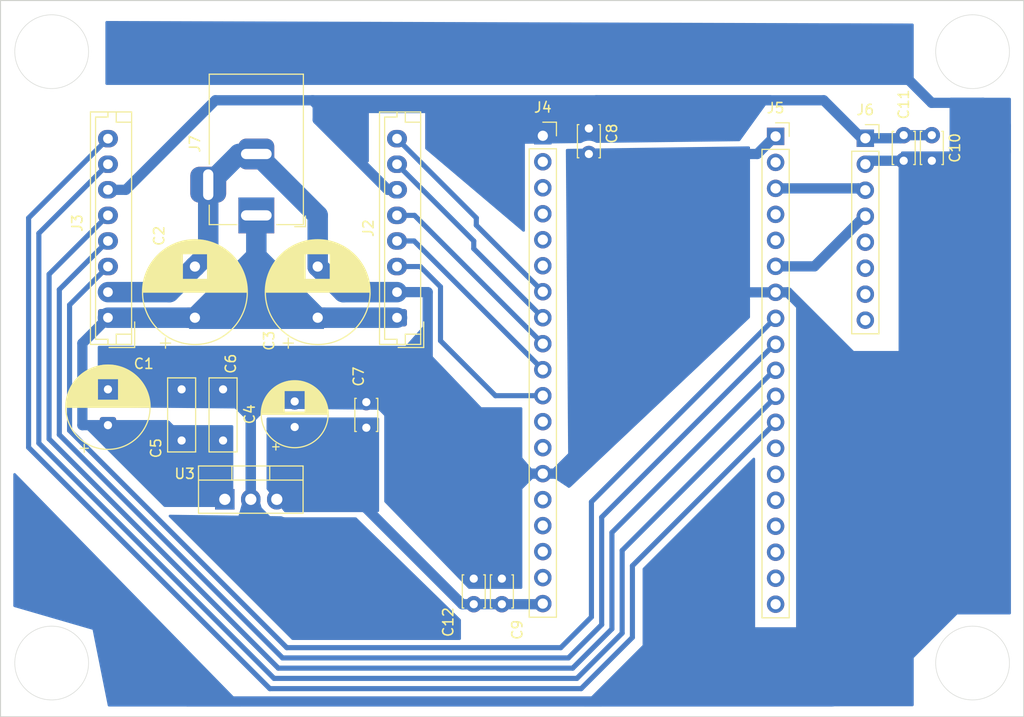
<source format=kicad_pcb>
(kicad_pcb (version 20241229) (generator "pcbnew") (generator_version "9.0")
  (layers (0 "F.Cu" signal) (2 "B.Cu" signal) (13 "F.Paste" user) (15 "B.Paste" user) (5 "F.SilkS" user "F.Silkscreen") (7 "B.SilkS" user "B.Silkscreen") (1 "F.Mask" user) (3 "B.Mask" user) (25 "Edge.Cuts" user))
  (net 0 "")
  (net 1 "GND")
  (net 2 "+12V")
  (net 3 "+5V")
  (net 4 "/M0_PWM")
  (net 5 "/M0_ENC_B")
  (net 6 "/M0_ENC_A")
  (net 7 "/M0_DIR")
  (net 8 "/M0_BRK")
  (net 9 "/gpio36")
  (net 10 "/gpio13")
  (net 11 "/gpio34")
  (net 12 "/gpio12")
  (net 13 "/gpio10")
  (net 14 "/gpio9")
  (net 15 "/gpio11")
  (net 16 "/gpio39")
  (net 17 "/en")
  (net 18 "/gpio14")
  (net 19 "/gpio15")
  (net 20 "/gpio23")
  (net 21 "/SCL_0")
  (net 22 "/gpio8")
  (net 23 "/gpio7")
  (net 24 "/gpio1")
  (net 25 "/gpio2")
  (net 26 "/gpio3")
  (net 27 "/SDA_0")
  (net 28 "/gpio6")
  (net 29 "/gpio0")
  (net 30 "/ad0")
  (net 31 "/INT_0")
  (net 32 "/xcl")
  (net 33 "/xda")
  (net 34 "/M1_BRK")
  (net 35 "/M1_DIR")
  (net 36 "/M1_ENC_B")
  (net 37 "/M1_ENC_A")
  (net 38 "/M1_PWM")
  (net 39 "/gpio35")
  (net 40 "/gpio4")
  (net 41 "+3.3V")
  (footprint "Capacitor_THT:CP_Radial_D8.0mm_P3.50mm" (layer "F.Cu") (at 140.5 90.5 90)
    (property "Reference" "C1" (at 6 3.5 0) (layer "F.SilkS"))
    (property "Value" "220 uF" (hide yes))
    (pad "1" thru_hole roundrect (at 0 0 90) (size 1.6 1.6) (drill 0.8) (layers "*.Cu" "*.Mask") (roundrect_rratio 0.15625) (net 2 "+12V"))
    (pad "2" thru_hole circle (at 3.5 0 90) (size 1.6 1.6) (drill 0.8) (layers "*.Cu" "*.Mask") (net 1 "GND"))
  )
  (footprint "Capacitor_THT:C_Disc_D3.0mm_W2.0mm_P2.50mm" (layer "F.Cu") (at 165.75 90.75 90)
    (property "Reference" "C7" (at 5 -0.75 90) (layer "F.SilkS"))
    (property "Value" "100 nF" (hide yes))
    (pad "1" thru_hole circle (at 0 0 90) (size 1.6 1.6) (drill 0.8) (layers "*.Cu" "*.Mask") (net 3 "+5V"))
    (pad "2" thru_hole circle (at 2.5 0 90) (size 1.6 1.6) (drill 0.8) (layers "*.Cu" "*.Mask") (net 1 "GND"))
  )
  (footprint "Connector_PinSocket_2.54mm:PinSocket_1x19_P2.54mm_Vertical" (layer "F.Cu") (at 205.75 62.28)
    (property "Reference" "J5" (at 0 -2.77 0) (layer "F.SilkS"))
    (property "Value" "CONN_ESP32_R")
    (pad "1" thru_hole rect (at 0 0) (size 1.7 1.7) (drill 1) (layers "*.Cu" "*.Mask") (net 1 "GND"))
    (pad "2" thru_hole circle (at 0 2.54) (size 1.7 1.7) (drill 1) (layers "*.Cu" "*.Mask") (net 20 "/gpio23"))
    (pad "3" thru_hole circle (at 0 5.08) (size 1.7 1.7) (drill 1) (layers "*.Cu" "*.Mask") (net 21 "/SCL_0"))
    (pad "4" thru_hole circle (at 0 7.62) (size 1.7 1.7) (drill 1) (layers "*.Cu" "*.Mask") (net 24 "/gpio1"))
    (pad "5" thru_hole circle (at 0 10.16) (size 1.7 1.7) (drill 1) (layers "*.Cu" "*.Mask") (net 26 "/gpio3"))
    (pad "6" thru_hole circle (at 0 12.7) (size 1.7 1.7) (drill 1) (layers "*.Cu" "*.Mask") (net 27 "/SDA_0"))
    (pad "7" thru_hole circle (at 0 15.24) (size 1.7 1.7) (drill 1) (layers "*.Cu" "*.Mask") (net 1 "GND"))
    (pad "8" thru_hole circle (at 0 17.78) (size 1.7 1.7) (drill 1) (layers "*.Cu" "*.Mask") (net 34 "/M1_BRK"))
    (pad "9" thru_hole circle (at 0 20.32) (size 1.7 1.7) (drill 1) (layers "*.Cu" "*.Mask") (net 38 "/M1_PWM"))
    (pad "10" thru_hole circle (at 0 22.86) (size 1.7 1.7) (drill 1) (layers "*.Cu" "*.Mask") (net 35 "/M1_DIR"))
    (pad "11" thru_hole circle (at 0 25.4) (size 1.7 1.7) (drill 1) (layers "*.Cu" "*.Mask") (net 37 "/M1_ENC_A"))
    (pad "12" thru_hole circle (at 0 27.94) (size 1.7 1.7) (drill 1) (layers "*.Cu" "*.Mask") (net 36 "/M1_ENC_B"))
    (pad "13" thru_hole circle (at 0 30.48) (size 1.7 1.7) (drill 1) (layers "*.Cu" "*.Mask") (net 40 "/gpio4"))
    (pad "14" thru_hole circle (at 0 33.02) (size 1.7 1.7) (drill 1) (layers "*.Cu" "*.Mask") (net 29 "/gpio0"))
    (pad "15" thru_hole circle (at 0 35.56) (size 1.7 1.7) (drill 1) (layers "*.Cu" "*.Mask") (net 25 "/gpio2"))
    (pad "16" thru_hole circle (at 0 38.1) (size 1.7 1.7) (drill 1) (layers "*.Cu" "*.Mask") (net 19 "/gpio15"))
    (pad "17" thru_hole circle (at 0 40.64) (size 1.7 1.7) (drill 1) (layers "*.Cu" "*.Mask") (net 22 "/gpio8"))
    (pad "18" thru_hole circle (at 0 43.18) (size 1.7 1.7) (drill 1) (layers "*.Cu" "*.Mask") (net 23 "/gpio7"))
    (pad "19" thru_hole circle (at 0 45.72) (size 1.7 1.7) (drill 1) (layers "*.Cu" "*.Mask") (net 28 "/gpio6"))
  )
  (footprint "Capacitor_THT:C_Rect_L7.0mm_W2.5mm_P5.00mm" (layer "F.Cu") (at 147.7 92 90)
    (property "Reference" "C5" (at -0.75 -2.5 90) (layer "F.SilkS"))
    (property "Value" "330 nF" (hide yes))
    (pad "1" thru_hole circle (at 0 0 90) (size 1.6 1.6) (drill 0.8) (layers "*.Cu" "*.Mask") (net 2 "+12V"))
    (pad "2" thru_hole circle (at 5 0 90) (size 1.6 1.6) (drill 0.8) (layers "*.Cu" "*.Mask") (net 1 "GND"))
  )
  (footprint "Capacitor_THT:C_Disc_D3.0mm_W2.0mm_P2.50mm" (layer "F.Cu") (at 221.020028 62.160343 -90)
    (property "Reference" "C10" (at 1.25 -2.25 90) (layer "F.SilkS"))
    (property "Value" "47 nF")
    (pad "1" thru_hole circle (at 0 0 270) (size 1.6 1.6) (drill 0.8) (layers "*.Cu" "*.Mask") (net 41 "+3.3V"))
    (pad "2" thru_hole circle (at 2.5 0 270) (size 1.6 1.6) (drill 0.8) (layers "*.Cu" "*.Mask") (net 1 "GND"))
  )
  (footprint "Capacitor_THT:CP_Radial_D6.3mm_P2.50mm" (layer "F.Cu") (at 158.75 90.68238 90)
    (property "Reference" "C4" (at 1.25 -4.4 90) (layer "F.SilkS"))
    (property "Value" "47 uF" (hide yes))
    (pad "1" thru_hole roundrect (at 0 0 90) (size 1.6 1.6) (drill 0.8) (layers "*.Cu" "*.Mask") (roundrect_rratio 0.15625) (net 3 "+5V"))
    (pad "2" thru_hole circle (at 2.5 0 90) (size 1.6 1.6) (drill 0.8) (layers "*.Cu" "*.Mask") (net 1 "GND"))
  )
  (footprint "Capacitor_THT:CP_Radial_D10.0mm_P5.00mm" (layer "F.Cu") (at 149 80 90)
    (property "Reference" "C2" (at 8 -3.5 90) (layer "F.SilkS"))
    (property "Value" "470 uF")
    (pad "1" thru_hole roundrect (at 0 0 90) (size 2 2) (drill 1) (layers "*.Cu" "*.Mask") (roundrect_rratio 0.125) (net 2 "+12V"))
    (pad "2" thru_hole circle (at 5 0 90) (size 2 2) (drill 1) (layers "*.Cu" "*.Mask") (net 1 "GND"))
  )
  (footprint "Capacitor_THT:C_Disc_D3.0mm_W2.0mm_P2.50mm" (layer "F.Cu") (at 179 108 90)
    (property "Reference" "C9" (at -2.5 1.5 90) (layer "F.SilkS"))
    (property "Value" "47 nF" (hide yes))
    (pad "1" thru_hole circle (at 0 0 90) (size 1.6 1.6) (drill 0.8) (layers "*.Cu" "*.Mask") (net 3 "+5V"))
    (pad "2" thru_hole circle (at 2.5 0 90) (size 1.6 1.6) (drill 0.8) (layers "*.Cu" "*.Mask") (net 1 "GND"))
  )
  (footprint "Capacitor_THT:CP_Radial_D10.0mm_P5.00mm" (layer "F.Cu") (at 161 80 90)
    (property "Reference" "C3" (at -2.25 -4.75 90) (layer "F.SilkS"))
    (property "Value" "470 uF")
    (pad "1" thru_hole roundrect (at 0 0 90) (size 2 2) (drill 1) (layers "*.Cu" "*.Mask") (roundrect_rratio 0.125) (net 2 "+12V"))
    (pad "2" thru_hole circle (at 5 0 90) (size 2 2) (drill 1) (layers "*.Cu" "*.Mask") (net 1 "GND"))
  )
  (footprint "Connector_PinSocket_2.54mm:PinSocket_1x19_P2.54mm_Vertical" (layer "F.Cu") (at 183 62.22)
    (property "Reference" "J4" (at 0 -2.77 0) (layer "F.SilkS"))
    (property "Value" "CONN_ESP32_L" (hide yes))
    (pad "1" thru_hole rect (at 0 0) (size 1.7 1.7) (drill 1) (layers "*.Cu" "*.Mask") (net 41 "+3.3V"))
    (pad "2" thru_hole circle (at 0 2.54) (size 1.7 1.7) (drill 1) (layers "*.Cu" "*.Mask") (net 17 "/en"))
    (pad "3" thru_hole circle (at 0 5.08) (size 1.7 1.7) (drill 1) (layers "*.Cu" "*.Mask") (net 9 "/gpio36"))
    (pad "4" thru_hole circle (at 0 7.62) (size 1.7 1.7) (drill 1) (layers "*.Cu" "*.Mask") (net 16 "/gpio39"))
    (pad "5" thru_hole circle (at 0 10.16) (size 1.7 1.7) (drill 1) (layers "*.Cu" "*.Mask") (net 11 "/gpio34"))
    (pad "6" thru_hole circle (at 0 12.7) (size 1.7 1.7) (drill 1) (layers "*.Cu" "*.Mask") (net 39 "/gpio35"))
    (pad "7" thru_hole circle (at 0 15.24) (size 1.7 1.7) (drill 1) (layers "*.Cu" "*.Mask") (net 5 "/M0_ENC_B"))
    (pad "8" thru_hole circle (at 0 17.78) (size 1.7 1.7) (drill 1) (layers "*.Cu" "*.Mask") (net 6 "/M0_ENC_A"))
    (pad "9" thru_hole circle (at 0 20.32) (size 1.7 1.7) (drill 1) (layers "*.Cu" "*.Mask") (net 7 "/M0_DIR"))
    (pad "10" thru_hole circle (at 0 22.86) (size 1.7 1.7) (drill 1) (layers "*.Cu" "*.Mask") (net 4 "/M0_PWM"))
    (pad "11" thru_hole circle (at 0 25.4) (size 1.7 1.7) (drill 1) (layers "*.Cu" "*.Mask") (net 8 "/M0_BRK"))
    (pad "12" thru_hole circle (at 0 27.94) (size 1.7 1.7) (drill 1) (layers "*.Cu" "*.Mask") (net 18 "/gpio14"))
    (pad "13" thru_hole circle (at 0 30.48) (size 1.7 1.7) (drill 1) (layers "*.Cu" "*.Mask") (net 12 "/gpio12"))
    (pad "14" thru_hole circle (at 0 33.02) (size 1.7 1.7) (drill 1) (layers "*.Cu" "*.Mask") (net 1 "GND"))
    (pad "15" thru_hole circle (at 0 35.56) (size 1.7 1.7) (drill 1) (layers "*.Cu" "*.Mask") (net 10 "/gpio13"))
    (pad "16" thru_hole circle (at 0 38.1) (size 1.7 1.7) (drill 1) (layers "*.Cu" "*.Mask") (net 14 "/gpio9"))
    (pad "17" thru_hole circle (at 0 40.64) (size 1.7 1.7) (drill 1) (layers "*.Cu" "*.Mask") (net 13 "/gpio10"))
    (pad "18" thru_hole circle (at 0 43.18) (size 1.7 1.7) (drill 1) (layers "*.Cu" "*.Mask") (net 15 "/gpio11"))
    (pad "19" thru_hole circle (at 0 45.72) (size 1.7 1.7) (drill 1) (layers "*.Cu" "*.Mask") (net 3 "+5V"))
  )
  (footprint "Capacitor_THT:C_Disc_D3.0mm_W2.0mm_P2.50mm" (layer "F.Cu") (at 187.5 61.5 -90)
    (property "Reference" "C8" (at 0.5 -2.25 90) (layer "F.SilkS"))
    (property "Value" "100 nF" (hide yes))
    (pad "1" thru_hole circle (at 0 0 270) (size 1.6 1.6) (drill 0.8) (layers "*.Cu" "*.Mask") (net 41 "+3.3V"))
    (pad "2" thru_hole circle (at 2.5 0 270) (size 1.6 1.6) (drill 0.8) (layers "*.Cu" "*.Mask") (net 1 "GND"))
  )
  (footprint "Capacitor_THT:C_Disc_D3.0mm_W2.0mm_P2.50mm" (layer "F.Cu") (at 176.25 108 90)
    (property "Reference" "C12" (at -1.75 -2.5 90) (layer "F.SilkS"))
    (property "Value" "100 nF" (hide yes))
    (pad "1" thru_hole circle (at 0 0 90) (size 1.6 1.6) (drill 0.8) (layers "*.Cu" "*.Mask") (net 3 "+5V"))
    (pad "2" thru_hole circle (at 2.5 0 90) (size 1.6 1.6) (drill 0.8) (layers "*.Cu" "*.Mask") (net 1 "GND"))
  )
  (footprint "Capacitor_THT:C_Rect_L7.0mm_W2.5mm_P5.00mm" (layer "F.Cu") (at 151.75 92 90)
    (property "Reference" "C6" (at 7.5 0.75 90) (layer "F.SilkS"))
    (property "Value" "330 nF" (hide yes))
    (pad "1" thru_hole circle (at 0 0 90) (size 1.6 1.6) (drill 0.8) (layers "*.Cu" "*.Mask") (net 2 "+12V"))
    (pad "2" thru_hole circle (at 5 0 90) (size 1.6 1.6) (drill 0.8) (layers "*.Cu" "*.Mask") (net 1 "GND"))
  )
  (footprint "Connector_BarrelJack:BarrelJack_Horizontal" (layer "F.Cu") (at 155 70 -90)
    (property "Reference" "J7" (at -7 6 90) (layer "F.SilkS"))
    (property "Value" "Conn_Coaxial_Power")
    (pad "1" thru_hole rect (at 0 0 270) (size 3.5 3.5) (drill oval 1 3) (layers "*.Cu" "*.Mask") (net 2 "+12V"))
    (pad "2" thru_hole roundrect (at -6 0 270) (size 3 3.5) (drill oval 1 3) (layers "*.Cu" "*.Mask") (net 1 "GND"))
    (pad "3" thru_hole roundrect (at -3 4.7 270) (size 3.5 3.5) (drill oval 3 1) (layers "*.Cu" "*.Mask") (net 1 "GND"))
  )
  (footprint "Connector_JST:JST_EH_B8B-EH-A_1x08_P2.50mm_Vertical" (layer "F.Cu") (at 140.5 80 90)
    (property "Reference" "J3" (at 9.25 -3 90) (layer "F.SilkS"))
    (property "Value" "CONN_NIDEC_1")
    (pad "1" thru_hole roundrect (at 0 0 90) (size 1.7 1.95) (drill 0.95) (layers "*.Cu" "*.Mask") (roundrect_rratio 0.147059) (net 2 "+12V"))
    (pad "2" thru_hole oval (at 2.5 0 90) (size 1.7 1.95) (drill 0.95) (layers "*.Cu" "*.Mask") (net 1 "GND"))
    (pad "3" thru_hole oval (at 5 0 90) (size 1.7 1.95) (drill 0.95) (layers "*.Cu" "*.Mask") (net 34 "/M1_BRK"))
    (pad "4" thru_hole oval (at 7.5 0 90) (size 1.7 1.95) (drill 0.95) (layers "*.Cu" "*.Mask") (net 38 "/M1_PWM"))
    (pad "5" thru_hole oval (at 10 0 90) (size 1.7 1.95) (drill 0.95) (layers "*.Cu" "*.Mask") (net 35 "/M1_DIR"))
    (pad "6" thru_hole oval (at 12.5 0 90) (size 1.7 1.95) (drill 0.95) (layers "*.Cu" "*.Mask") (net 41 "+3.3V"))
    (pad "7" thru_hole oval (at 15 0 90) (size 1.7 1.95) (drill 0.95) (layers "*.Cu" "*.Mask") (net 37 "/M1_ENC_A"))
    (pad "8" thru_hole oval (at 17.5 0 90) (size 1.7 1.95) (drill 0.95) (layers "*.Cu" "*.Mask") (net 36 "/M1_ENC_B"))
  )
  (footprint "Connector_JST:JST_EH_B8B-EH-A_1x08_P2.50mm_Vertical" (layer "F.Cu") (at 168.75 80 90)
    (property "Reference" "J2" (at 8.75 -2.8 90) (layer "F.SilkS"))
    (property "Value" "CONN_NIDEC_0")
    (pad "1" thru_hole roundrect (at 0 0 90) (size 1.7 1.95) (drill 0.95) (layers "*.Cu" "*.Mask") (roundrect_rratio 0.147059) (net 2 "+12V"))
    (pad "2" thru_hole oval (at 2.5 0 90) (size 1.7 1.95) (drill 0.95) (layers "*.Cu" "*.Mask") (net 1 "GND"))
    (pad "3" thru_hole oval (at 5 0 90) (size 1.7 1.95) (drill 0.95) (layers "*.Cu" "*.Mask") (net 8 "/M0_BRK"))
    (pad "4" thru_hole oval (at 7.5 0 90) (size 1.7 1.95) (drill 0.95) (layers "*.Cu" "*.Mask") (net 4 "/M0_PWM"))
    (pad "5" thru_hole oval (at 10 0 90) (size 1.7 1.95) (drill 0.95) (layers "*.Cu" "*.Mask") (net 7 "/M0_DIR"))
    (pad "6" thru_hole oval (at 12.5 0 90) (size 1.7 1.95) (drill 0.95) (layers "*.Cu" "*.Mask") (net 41 "+3.3V"))
    (pad "7" thru_hole oval (at 15 0 90) (size 1.7 1.95) (drill 0.95) (layers "*.Cu" "*.Mask") (net 6 "/M0_ENC_A"))
    (pad "8" thru_hole oval (at 17.5 0 90) (size 1.7 1.95) (drill 0.95) (layers "*.Cu" "*.Mask") (net 5 "/M0_ENC_B"))
  )
  (footprint "Package_TO_SOT_THT:TO-220-3_Vertical" (layer "F.Cu") (at 151.92 97.75)
    (property "Reference" "U3" (at -3.92 -2.5 0) (layer "F.SilkS"))
    (property "Value" "LM7805_TO220")
    (pad "1" thru_hole rect (at 0 0) (size 1.905 2) (drill 1.1) (layers "*.Cu" "*.Mask") (net 2 "+12V"))
    (pad "2" thru_hole oval (at 2.54 0) (size 1.905 2) (drill 1.1) (layers "*.Cu" "*.Mask") (net 1 "GND"))
    (pad "3" thru_hole oval (at 5.08 0) (size 1.905 2) (drill 1.1) (layers "*.Cu" "*.Mask") (net 3 "+5V"))
  )
  (footprint "Capacitor_THT:C_Disc_D3.0mm_W2.0mm_P2.50mm" (layer "F.Cu") (at 218.270028 62.160343 -90)
    (property "Reference" "C11" (at -3 0 90) (layer "F.SilkS"))
    (property "Value" "100 nF")
    (pad "1" thru_hole circle (at 0 0 270) (size 1.6 1.6) (drill 0.8) (layers "*.Cu" "*.Mask") (net 41 "+3.3V"))
    (pad "2" thru_hole circle (at 2.5 0 270) (size 1.6 1.6) (drill 0.8) (layers "*.Cu" "*.Mask") (net 1 "GND"))
  )
  (footprint "Connector_PinSocket_2.54mm:PinSocket_1x08_P2.54mm_Vertical" (layer "F.Cu") (at 214.520028 62.460343)
    (property "Reference" "J6" (at 0 -2.77 0) (layer "F.SilkS"))
    (property "Value" "CONN_MPU6050")
    (pad "1" thru_hole rect (at 0 0) (size 1.7 1.7) (drill 1) (layers "*.Cu" "*.Mask") (net 41 "+3.3V"))
    (pad "2" thru_hole circle (at 0 2.54) (size 1.7 1.7) (drill 1) (layers "*.Cu" "*.Mask") (net 1 "GND"))
    (pad "3" thru_hole circle (at 0 5.08) (size 1.7 1.7) (drill 1) (layers "*.Cu" "*.Mask") (net 21 "/SCL_0"))
    (pad "4" thru_hole circle (at 0 7.62) (size 1.7 1.7) (drill 1) (layers "*.Cu" "*.Mask") (net 27 "/SDA_0"))
    (pad "5" thru_hole circle (at 0 10.16) (size 1.7 1.7) (drill 1) (layers "*.Cu" "*.Mask") (net 33 "/xda"))
    (pad "6" thru_hole circle (at 0 12.7) (size 1.7 1.7) (drill 1) (layers "*.Cu" "*.Mask") (net 32 "/xcl"))
    (pad "7" thru_hole circle (at 0 15.24) (size 1.7 1.7) (drill 1) (layers "*.Cu" "*.Mask") (net 30 "/ad0"))
    (pad "8" thru_hole circle (at 0 17.78) (size 1.7 1.7) (drill 1) (layers "*.Cu" "*.Mask") (net 31 "/INT_0"))
  )
  (gr_poly (pts (xy 155 74) (xy 148.5 81) (xy 161.5 81)) (stroke (width 0.2)) (fill yes) (layer "B.Cu") (net 2))
  (gr_poly (pts (xy 169.5 83) (xy 171.5 80.75) (xy 171.5 83)) (stroke (width 0.2)) (fill yes) (layer "B.Cu") (net 1))
  (gr_poly (pts (xy 180.5 93.25) (xy 182 95) (xy 180.5 96.5)) (stroke (width 0.2)) (fill yes) (layer "B.Cu") (net 1))
  (gr_poly (pts (xy 184 95.5) (xy 185.5 96.5) (xy 185.5 94)) (stroke (width 0.2)) (fill yes) (layer "B.Cu") (net 1))
  (gr_poly (pts (xy 153.75 98) (xy 153.25 99.75) (xy 155.75 99.75) (xy 155.25 98)) (stroke (width 0.2)) (fill yes) (layer "B.Cu") (net 1))
  (gr_circle (center 135 113.75) (end 133 110.75) (stroke (width 0.05)) (fill no) (layer "Edge.Cuts"))
  (gr_circle (center 135 54) (end 133 51) (stroke (width 0.05)) (fill no) (layer "Edge.Cuts"))
  (gr_rect (start 130 49) (end 230 119) (stroke (width 0.1)) (fill no) (layer "Edge.Cuts"))
  (gr_circle (center 225 113.75) (end 227 110.75) (stroke (width 0.05)) (fill no) (layer "Edge.Cuts"))
  (gr_circle (center 225 54) (end 227 51) (stroke (width 0.05)) (fill no) (layer "Edge.Cuts"))
  (segment (start 176.25 105.5) (end 176.25 97.61863) (width 1) (layer "B.Cu") (net 1))
  (segment (start 227.339657 64.660343) (end 228.25 63.75) (width 1) (layer "B.Cu") (net 1))
  (segment (start 166.88137 88.25) (end 165.75 88.25) (width 1) (layer "B.Cu") (net 1))
  (segment (start 211.248 117.502) (end 148.252 117.502) (width 1) (layer "B.Cu") (net 1))
  (segment (start 154.46 97.75) (end 154.46 89.79) (width 1) (layer "B.Cu") (net 1))
  (segment (start 156.06762 88.18238) (end 158.75 88.18238) (width 1) (layer "B.Cu") (net 1))
  (segment (start 171.75 77.5) (end 168.75 77.5) (width 1) (layer "B.Cu") (net 1))
  (segment (start 179 98.037919) (end 181.797919 95.24) (width 1) (layer "B.Cu") (net 1))
  (segment (start 165.75 88.25) (end 158.81762 88.25) (width 1) (layer "B.Cu") (net 1))
  (segment (start 221.020028 64.660343) (end 227.339657 64.660343) (width 1) (layer "B.Cu") (net 1))
  (segment (start 161 70) (end 161 75) (width 2) (layer "B.Cu") (net 1))
  (segment (start 201.02 77.52) (end 205.75 77.52) (width 1) (layer "B.Cu") (net 1))
  (segment (start 158.75 88.18238) (end 154.5 88.18238) (width 1) (layer "B.Cu") (net 1))
  (segment (start 147.7 87) (end 140.5 87) (width 1) (layer "B.Cu") (net 1))
  (segment (start 154.46 88.22238) (end 154.5 88.18238) (width 1) (layer "B.Cu") (net 1))
  (segment (start 213.182081 83.75) (end 213.182081 115.432081) (width 1) (layer "B.Cu") (net 1))
  (segment (start 187.5 64) (end 187.5 91.942081) (width 1) (layer "B.Cu") (net 1))
  (segment (start 218.270028 64.660343) (end 214.860028 64.660343) (width 1) (layer "B.Cu") (net 1))
  (segment (start 154.46 89.79) (end 156.06762 88.18238) (width 1) (layer "B.Cu") (net 1))
  (segment (start 221 59) (end 216.5 54.5) (width 1) (layer "B.Cu") (net 1))
  (segment (start 154.46 97.75) (end 154.46 88.22238) (width 1) (layer "B.Cu") (net 1))
  (segment (start 161 75) (end 163.5 77.5) (width 2) (layer "B.Cu") (net 1))
  (segment (start 187.5 64) (end 203.95229 64) (width 1) (layer "B.Cu") (net 1))
  (segment (start 154.46 89.71) (end 151.75 87) (width 1) (layer "B.Cu") (net 1))
  (segment (start 171.75 88) (end 171.75 77.5) (width 1) (layer "B.Cu") (net 1))
  (segment (start 221.020028 64.660343) (end 218.270028 64.660343) (width 1) (layer "B.Cu") (net 1))
  (segment (start 203.95229 64) (end 205.67229 62.28) (width 1) (layer "B.Cu") (net 1))
  (segment (start 154.46 97.75) (end 154.46 89.71) (width 1) (layer "B.Cu") (net 1))
  (segment (start 154.46 97.75) (end 154.46 98.21) (width 1) (layer "B.Cu") (net 1))
  (segment (start 148.252 117.502) (end 144.25 113.5) (width 1) (layer "B.Cu") (net 1))
  (segment (start 218.270028 83.479972) (end 218 83.75) (width 1) (layer "B.Cu") (net 1))
  (segment (start 213.182081 83.75) (end 206.952081 77.52) (width 1) (layer "B.Cu") (net 1))
  (segment (start 184.202081 95.24) (end 183 95.24) (width 1) (layer "B.Cu") (net 1))
  (segment (start 187.5 91.942081) (end 184.202081 95.24) (width 1) (layer "B.Cu") (net 1))
  (segment (start 179 105.5) (end 179 98.037919) (width 1) (layer "B.Cu") (net 1))
  (segment (start 176.25 97.61863) (end 166.88137 88.25) (width 1) (layer "B.Cu") (net 1))
  (segment (start 163.5 77.5) (end 168.75 77.5) (width 2) (layer "B.Cu") (net 1))
  (segment (start 154.46 97.75) (end 154.46 98.04) (width 1) (layer "B.Cu") (net 1))
  (segment (start 166 88) (end 171.75 88) (width 1) (layer "B.Cu") (net 1))
  (segment (start 155 64) (end 153.3 64) (width 2) (layer "B.Cu") (net 1))
  (segment (start 179 105.5) (end 176.25 105.5) (width 1) (layer "B.Cu") (net 1))
  (segment (start 154.5 88.18238) (end 152.93238 88.18238) (width 1) (layer "B.Cu") (net 1))
  (segment (start 152.93238 88.18238) (end 151.75 87) (width 1) (layer "B.Cu") (net 1))
  (segment (start 153.3 64) (end 150.3 67) (width 2) (layer "B.Cu") (net 1))
  (segment (start 154.46 98.21) (end 161.125 104.875) (width 1) (layer "B.Cu") (net 1))
  (segment (start 181.797919 95.24) (end 183 95.24) (width 1) (layer "B.Cu") (net 1))
  (segment (start 228.25 61.25) (end 226 59) (width 1) (layer "B.Cu") (net 1))
  (segment (start 206.952081 77.52) (end 205.75 77.52) (width 1) (layer "B.Cu") (net 1))
  (segment (start 214.860028 64.660343) (end 214.520028 65.000343) (width 1) (layer "B.Cu") (net 1))
  (segment (start 226 59) (end 221 59) (width 1) (layer "B.Cu") (net 1))
  (segment (start 149 75) (end 146.5 77.5) (width 2) (layer "B.Cu") (net 1))
  (segment (start 146.5 77.5) (end 140.5 77.5) (width 2) (layer "B.Cu") (net 1))
  (segment (start 150.3 73.7) (end 149 75) (width 2) (layer "B.Cu") (net 1))
  (segment (start 151.75 87) (end 147.7 87) (width 1) (layer "B.Cu") (net 1))
  (segment (start 165.75 88.25) (end 166 88) (width 1) (layer "B.Cu") (net 1))
  (segment (start 150.3 67) (end 150.3 73.7) (width 2) (layer "B.Cu") (net 1))
  (segment (start 218 83.75) (end 213.182081 83.75) (width 1) (layer "B.Cu") (net 1))
  (segment (start 155 64) (end 161 70) (width 2) (layer "B.Cu") (net 1))
  (segment (start 187.5 64) (end 201.02 77.52) (width 1) (layer "B.Cu") (net 1))
  (segment (start 158.81762 88.25) (end 158.75 88.18238) (width 1) (layer "B.Cu") (net 1))
  (segment (start 228.25 63.75) (end 228.25 61.25) (width 1) (layer "B.Cu") (net 1))
  (segment (start 218.270028 64.660343) (end 218.270028 83.479972) (width 1) (layer "B.Cu") (net 1))
  (segment (start 205.67229 62.28) (end 205.75 62.28) (width 1) (layer "B.Cu") (net 1))
  (segment (start 213.182081 115.432081) (end 213.25 115.5) (width 1) (layer "B.Cu") (net 1))
  (segment (start 216.5 54.5) (end 214.5 54.5) (width 1) (layer "B.Cu") (net 1))
  (segment (start 213.25 115.5) (end 211.248 117.502) (width 1) (layer "B.Cu") (net 1))
  (segment (start 155 74) (end 149 80) (width 2) (layer "B.Cu") (net 2))
  (segment (start 140.5 90.5) (end 146.2 90.5) (width 1) (layer "B.Cu") (net 2))
  (segment (start 161 80) (end 155 74) (width 2) (layer "B.Cu") (net 2))
  (segment (start 146.2 90.5) (end 147.7 92) (width 1) (layer "B.Cu") (net 2))
  (segment (start 151.75 97.58) (end 151.92 97.75) (width 1) (layer "B.Cu") (net 2))
  (segment (start 149 80) (end 140.5 80) (width 2) (layer "B.Cu") (net 2))
  (segment (start 138 90.5) (end 138 82.5) (width 1) (layer "B.Cu") (net 2))
  (segment (start 138 82.5) (end 140.5 80) (width 1) (layer "B.Cu") (net 2))
  (segment (start 155 70) (end 155 74) (width 2) (layer "B.Cu") (net 2))
  (segment (start 147.7 92) (end 151.75 92) (width 1) (layer "B.Cu") (net 2))
  (segment (start 161 80) (end 168.75 80) (width 2) (layer "B.Cu") (net 2))
  (segment (start 151.75 92) (end 151.75 97.58) (width 1) (layer "B.Cu") (net 2))
  (segment (start 140.5 90.5) (end 138 90.5) (width 1) (layer "B.Cu") (net 2))
  (segment (start 158.75 90.68238) (end 165.68238 90.68238) (width 1) (layer "B.Cu") (net 3))
  (segment (start 165.75 98.63137) (end 175.11863 108) (width 1) (layer "B.Cu") (net 3))
  (segment (start 182.94 108) (end 183 107.94) (width 1) (layer "B.Cu") (net 3))
  (segment (start 165.75 90.75) (end 165.75 98.63137) (width 1) (layer "B.Cu") (net 3))
  (segment (start 175.11863 108) (end 176.25 108) (width 1) (layer "B.Cu") (net 3))
  (segment (start 179 108) (end 182.94 108) (width 1) (layer "B.Cu") (net 3))
  (segment (start 157 97.75) (end 157 92.43238) (width 1) (layer "B.Cu") (net 3))
  (segment (start 165.68238 90.68238) (end 165.75 90.75) (width 1) (layer "B.Cu") (net 3))
  (segment (start 179 108) (end 176.25 108) (width 1) (layer "B.Cu") (net 3))
  (segment (start 157 92.43238) (end 158.75 90.68238) (width 1) (layer "B.Cu") (net 3))
  (segment (start 168.75 72.5) (end 170.42 72.5) (width 0.5) (layer "B.Cu") (net 4))
  (segment (start 170.42 72.5) (end 183 85.08) (width 0.5) (layer "B.Cu") (net 4))
  (segment (start 176.5 70.25) (end 176.5 70.96) (width 0.5) (layer "B.Cu") (net 5))
  (segment (start 168.75 62.5) (end 176.5 70.25) (width 0.5) (layer "B.Cu") (net 5))
  (segment (start 176.5 70.96) (end 183 77.46) (width 0.5) (layer "B.Cu") (net 5))
  (segment (start 176.25 73.25) (end 183 80) (width 0.5) (layer "B.Cu") (net 6))
  (segment (start 176.25 72.5) (end 176.25 73.25) (width 0.5) (layer "B.Cu") (net 6))
  (segment (start 168.75 65) (end 176.25 72.5) (width 0.5) (layer "B.Cu") (net 6))
  (segment (start 170.46 70) (end 183 82.54) (width 0.5) (layer "B.Cu") (net 7))
  (segment (start 168.75 70) (end 170.46 70) (width 0.5) (layer "B.Cu") (net 7))
  (segment (start 168.75 75) (end 171.019181 75) (width 0.5) (layer "B.Cu") (net 8))
  (segment (start 178.37 87.62) (end 183 87.62) (width 0.5) (layer "B.Cu") (net 8))
  (segment (start 173 82.25) (end 178.37 87.62) (width 0.5) (layer "B.Cu") (net 8))
  (segment (start 173 76.980819) (end 173 82.25) (width 0.5) (layer "B.Cu") (net 8))
  (segment (start 171.019181 75) (end 173 76.980819) (width 0.5) (layer "B.Cu") (net 8))
  (segment (start 214.040343 67.540343) (end 213.86 67.36) (width 1) (layer "B.Cu") (net 21))
  (segment (start 213.86 67.36) (end 205.75 67.36) (width 1) (layer "B.Cu") (net 21))
  (segment (start 214.520028 67.540343) (end 214.040343 67.540343) (width 1) (layer "B.Cu") (net 21))
  (segment (start 209.542661 74.98) (end 214.442318 70.080343) (width 1) (layer "B.Cu") (net 27))
  (segment (start 205.75 74.98) (end 209.542661 74.98) (width 1) (layer "B.Cu") (net 27))
  (segment (start 214.442318 70.080343) (end 214.520028 70.080343) (width 1) (layer "B.Cu") (net 27))
  (segment (start 184.753 112.247) (end 187.751 109.249) (width 0.5) (layer "B.Cu") (net 34))
  (segment (start 187.751 97.999) (end 205.69 80.06) (width 0.5) (layer "B.Cu") (net 34))
  (segment (start 140.5 75) (end 136.749 78.751) (width 0.5) (layer "B.Cu") (net 34))
  (segment (start 187.751 109.249) (end 187.751 97.999) (width 0.5) (layer "B.Cu") (net 34))
  (segment (start 157.977819 112.247) (end 184.753 112.247) (width 0.5) (layer "B.Cu") (net 34))
  (segment (start 136.749 91.018181) (end 157.977819 112.247) (width 0.5) (layer "B.Cu") (net 34))
  (segment (start 205.69 80.06) (end 205.75 80.06) (width 0.5) (layer "B.Cu") (net 34))
  (segment (start 136.749 78.751) (end 136.749 91.018181) (width 0.5) (layer "B.Cu") (net 34))
  (segment (start 205.61 85.14) (end 205.75 85.14) (width 0.5) (layer "B.Cu") (net 35))
  (segment (start 134.747 91.847437) (end 157.148563 114.249) (width 0.5) (layer "B.Cu") (net 35))
  (segment (start 140.5 70) (end 134.747 75.753) (width 0.5) (layer "B.Cu") (net 35))
  (segment (start 189.753 110.412628) (end 189.753 100.997) (width 0.5) (layer "B.Cu") (net 35))
  (segment (start 185.916628 114.249) (end 189.753 110.412628) (width 0.5) (layer "B.Cu") (net 35))
  (segment (start 189.753 100.997) (end 205.61 85.14) (width 0.5) (layer "B.Cu") (net 35))
  (segment (start 134.747 75.753) (end 134.747 91.847437) (width 0.5) (layer "B.Cu") (net 35))
  (segment (start 157.148563 114.249) (end 185.916628 114.249) (width 0.5) (layer "B.Cu") (net 35))
  (segment (start 205.75 90.25) (end 205.75 90.22) (width 0.5) (layer "B.Cu") (net 36))
  (segment (start 132.745 92.676693) (end 156.319307 116.251) (width 0.5) (layer "B.Cu") (net 36))
  (segment (start 191.755 104.245) (end 205.75 90.25) (width 0.5) (layer "B.Cu") (net 36))
  (segment (start 186.745884 116.251) (end 191.755 111.241884) (width 0.5) (layer "B.Cu") (net 36))
  (segment (start 140.5 62.5) (end 132.745 70.255) (width 0.5) (layer "B.Cu") (net 36))
  (segment (start 191.755 111.241884) (end 191.755 104.245) (width 0.5) (layer "B.Cu") (net 36))
  (segment (start 132.745 70.255) (end 132.745 92.676693) (width 0.5) (layer "B.Cu") (net 36))
  (segment (start 156.319307 116.251) (end 186.745884 116.251) (width 0.5) (layer "B.Cu") (net 36))
  (segment (start 205.75 87.75) (end 205.75 87.68) (width 0.5) (layer "B.Cu") (net 37))
  (segment (start 156.733935 115.25) (end 186.331256 115.25) (width 0.5) (layer "B.Cu") (net 37))
  (segment (start 140.5 65) (end 133.746 71.754) (width 0.5) (layer "B.Cu") (net 37))
  (segment (start 190.754 110.827256) (end 190.754 102.746) (width 0.5) (layer "B.Cu") (net 37))
  (segment (start 186.331256 115.25) (end 190.754 110.827256) (width 0.5) (layer "B.Cu") (net 37))
  (segment (start 133.746 71.754) (end 133.746 92.262065) (width 0.5) (layer "B.Cu") (net 37))
  (segment (start 190.754 102.746) (end 205.75 87.75) (width 0.5) (layer "B.Cu") (net 37))
  (segment (start 133.746 92.262065) (end 156.733935 115.25) (width 0.5) (layer "B.Cu") (net 37))
  (segment (start 205.65 82.6) (end 205.75 82.6) (width 0.5) (layer "B.Cu") (net 38))
  (segment (start 140.5 72.5) (end 135.748 77.252) (width 0.5) (layer "B.Cu") (net 38))
  (segment (start 188.752 109.998) (end 188.752 99.498) (width 0.5) (layer "B.Cu") (net 38))
  (segment (start 157.563191 113.248) (end 185.502 113.248) (width 0.5) (layer "B.Cu") (net 38))
  (segment (start 135.748 77.252) (end 135.748 91.432809) (width 0.5) (layer "B.Cu") (net 38))
  (segment (start 185.502 113.248) (end 188.752 109.998) (width 0.5) (layer "B.Cu") (net 38))
  (segment (start 135.748 91.432809) (end 157.563191 113.248) (width 0.5) (layer "B.Cu") (net 38))
  (segment (start 188.752 99.498) (end 205.65 82.6) (width 0.5) (layer "B.Cu") (net 38))
  (segment (start 214.160343 62.460343) (end 214.520028 62.460343) (width 1) (layer "B.Cu") (net 41))
  (segment (start 186.78 62.22) (end 187.5 61.5) (width 1) (layer "B.Cu") (net 41))
  (segment (start 140.5 67.5) (end 142.25 67.5) (width 1) (layer "B.Cu") (net 41))
  (segment (start 180.28 59.5) (end 183 62.22) (width 1) (layer "B.Cu") (net 41))
  (segment (start 187.5 59.5) (end 188.25 58.75) (width 1) (layer "B.Cu") (net 41))
  (segment (start 188.25 58.75) (end 210.45 58.75) (width 1) (layer "B.Cu") (net 41))
  (segment (start 161 59.25) (end 161 60.649) (width 1) (layer "B.Cu") (net 41))
  (segment (start 214.520028 62.460343) (end 217.970028 62.460343) (width 1) (layer "B.Cu") (net 41))
  (segment (start 217.970028 62.460343) (end 218.270028 62.160343) (width 1) (layer "B.Cu") (net 41))
  (segment (start 187.5 61.5) (end 187.5 59.5) (width 1) (layer "B.Cu") (net 41))
  (segment (start 151 58.75) (end 160.5 58.75) (width 1) (layer "B.Cu") (net 41))
  (segment (start 183 62.22) (end 186.78 62.22) (width 1) (layer "B.Cu") (net 41))
  (segment (start 142.25 67.5) (end 151 58.75) (width 1) (layer "B.Cu") (net 41))
  (segment (start 160.5 58.75) (end 161 59.25) (width 1) (layer "B.Cu") (net 41))
  (segment (start 161 60.649) (end 167.851 67.5) (width 1) (layer "B.Cu") (net 41))
  (segment (start 218.270028 62.160343) (end 221.020028 62.160343) (width 1) (layer "B.Cu") (net 41))
  (segment (start 210.45 58.75) (end 214.160343 62.460343) (width 1) (layer "B.Cu") (net 41))
  (segment (start 167.851 67.5) (end 168.75 67.5) (width 1) (layer "B.Cu") (net 41))
  (segment (start 161.25 59.5) (end 180.28 59.5) (width 1) (layer "B.Cu") (net 41))
  (zone (net 1) (net_name "GND") (layer "B.Cu") (priority 3) (connect_pads (clearance 0.5)) (min_thickness 0.25) (fill yes (thermal_gap 0.5) (thermal_bridge_width 0.5))
    (polygon (pts (xy 186.75 118) (xy 192.75 112) (xy 192.75 104.5) (xy 203.75 93.5) (xy 203.75 110.25) (xy 207.75 110.25) (xy 207.75 77.75) (xy 213.5 83.5) (xy 218 83.5) (xy 218 63.75) (xy 222.75 63.75) (xy 222.75 58.5) (xy 228.75 58.5) (xy 228.75 109) (xy 223.5 109) (xy 219.25 113.25) (xy 219.25 117.972658)))
  )
  (zone (net 41) (net_name "+3.3V") (layer "B.Cu") (priority 9) (connect_pads (clearance 0.5)) (min_thickness 0.25) (fill yes (thermal_gap 0.5) (thermal_bridge_width 0.5))
    (polygon (pts (xy 160.5 59.5) (xy 166 65) (xy 166 60) (xy 171.5 60) (xy 171.5 63.5) (xy 181.25 71.75) (xy 181.25 63) (xy 202.25 62.75) (xy 205.5 58.25) (xy 160.5 58.25)))
  )
  (zone (net 1) (net_name "GND") (layer "B.Cu") (priority 6) (connect_pads (clearance 0.5)) (min_thickness 0.25) (fill yes (thermal_gap 0.5) (thermal_bridge_width 0.5))
    (polygon (pts (xy 140.25 51) (xy 140.25 57.25) (xy 219.25 57.25) (xy 219.25 51.25)))
  )
  (zone (net 2) (net_name "+12V") (layer "B.Cu") (priority 7) (connect_pads (clearance 0.5)) (min_thickness 0.25) (fill yes (thermal_gap 0.5) (thermal_bridge_width 0.5))
    (polygon (pts (xy 138 90.5) (xy 146 98.5) (xy 152.75 98.5) (xy 152.75 90.5)))
  )
  (zone (net 1) (net_name "GND") (layer "B.Cu") (priority 1) (connect_pads (clearance 0.5)) (min_thickness 0.25) (fill yes (thermal_gap 0.5) (thermal_bridge_width 0.5))
    (polygon (pts (xy 139.5 88.75) (xy 167.5 89) (xy 167.5 98) (xy 175.75 106.5) (xy 181 106.5) (xy 181 88.75) (xy 177 88.75) (xy 171.25 82.75) (xy 139.5 82.75)))
  )
  (zone (net 1) (net_name "GND") (layer "B.Cu") (priority 5) (connect_pads (clearance 0.5)) (min_thickness 0.25) (fill yes (thermal_gap 0.5) (thermal_bridge_width 0.5))
    (polygon (pts (xy 131.25 95) (xy 131.25 108.25) (xy 139 110.5) (xy 140.5 118) (xy 153.75 118)))
  )
  (zone (net 3) (net_name "+5V") (layer "B.Cu") (priority 8) (connect_pads (clearance 0.5)) (min_thickness 0.25) (fill yes (thermal_gap 0.5) (thermal_bridge_width 0.5))
    (polygon (pts (xy 156 89.75) (xy 156 96.75) (xy 157.75 99) (xy 167 99) (xy 167 89.75)))
  )
  (zone (net 1) (net_name "GND") (layer "B.Cu") (connect_pads (clearance 0.5)) (min_thickness 0.25) (fill yes (thermal_gap 0.5) (thermal_bridge_width 0.5))
    (polygon (pts (xy 146.25 99.25) (xy 158.5 111.5) (xy 175 111.5) (xy 175 109.5) (xy 164.75 99.5)))
  )
  (zone (net 1) (net_name "GND") (layer "B.Cu") (priority 2) (connect_pads (clearance 0.5)) (min_thickness 0.25) (fill yes (thermal_gap 0.5) (thermal_bridge_width 0.5))
    (polygon (pts (xy 185.25 63.5) (xy 185.5 96.75) (xy 203.25 80) (xy 203.25 63.25)))
  )
)
</source>
